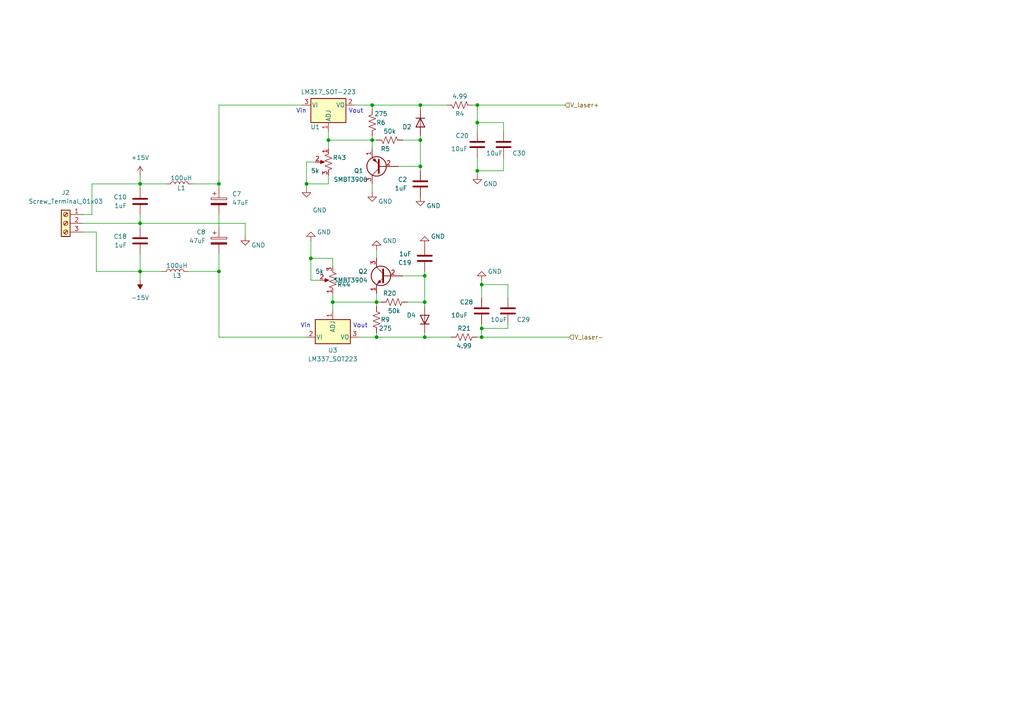
<source format=kicad_sch>
(kicad_sch (version 20230121) (generator eeschema)
  (paper "A4")
  (lib_symbols
    (symbol "Connector:Screw_Terminal_01x03" (pin_names (offset 1.016) hide)
      (property "Reference" "J" (at 0 5.08 0))
      (property "Value" "Screw_Terminal_01x03" (at 0 -5.08 0))
      (symbol "Screw_Terminal_01x03_1_1"
        (rectangle (start -1.27 3.81) (end 1.27 -3.81) (stroke (width 0.254)) (fill (type background)))
        (circle (center 0 -2.54) (radius 0.635) (stroke (width 0.1524)))
        (polyline (pts (xy -0.5334 -2.2098) (xy 0.3302 -3.048)) (stroke (width 0.1524)))
        (polyline (pts (xy -0.5334 0.3302) (xy 0.3302 -0.508)) (stroke (width 0.1524)))
        (polyline (pts (xy -0.5334 2.8702) (xy 0.3302 2.032)) (stroke (width 0.1524)))
        (polyline (pts (xy -0.3556 -2.032) (xy 0.508 -2.8702)) (stroke (width 0.1524)))
        (polyline (pts (xy -0.3556 0.508) (xy 0.508 -0.3302)) (stroke (width 0.1524)))
        (polyline (pts (xy -0.3556 3.048) (xy 0.508 2.2098)) (stroke (width 0.1524)))
        (circle (center 0 0) (radius 0.635) (stroke (width 0.1524)))
        (circle (center 0 2.54) (radius 0.635) (stroke (width 0.1524)))
        (pin passive line (at -5.08 2.54 0) (length 3.81) (name "Pin_1") (number "1"))
        (pin passive line (at -5.08 0 0) (length 3.81) (name "Pin_2") (number "2"))
        (pin passive line (at -5.08 -2.54 0) (length 3.81) (name "Pin_3") (number "3"))
      )
    )
    (symbol "Device:C" (pin_numbers hide) (pin_names (offset 0.254))
      (property "Reference" "C" (at 0.635 2.54 0))
      (property "Value" "C" (at 0.635 -2.54 0))
      (symbol "C_0_1"
        (polyline (pts (xy -2.032 -0.762) (xy 2.032 -0.762)) (stroke (width 0.508)))
        (polyline (pts (xy -2.032 0.762) (xy 2.032 0.762)) (stroke (width 0.508)))
      )
      (symbol "C_1_1"
        (pin passive line (at 0 3.81 270) (length 2.794) (name "~") (number "1"))
        (pin passive line (at 0 -3.81 90) (length 2.794) (name "~") (number "2"))
      )
    )
    (symbol "Device:C_Polarized" (pin_numbers hide) (pin_names (offset 0.254))
      (property "Reference" "C" (at 0.635 2.54 0))
      (property "Value" "C_Polarized" (at 0.635 -2.54 0))
      (symbol "C_Polarized_0_1"
        (rectangle (start -2.286 0.508) (end 2.286 1.016))
        (polyline (pts (xy -1.778 2.286) (xy -0.762 2.286)))
        (polyline (pts (xy -1.27 2.794) (xy -1.27 1.778)))
        (rectangle (start 2.286 -0.508) (end -2.286 -1.016) (fill (type outline)))
      )
      (symbol "C_Polarized_1_1"
        (pin passive line (at 0 3.81 270) (length 2.794) (name "~") (number "1"))
        (pin passive line (at 0 -3.81 90) (length 2.794) (name "~") (number "2"))
      )
    )
    (symbol "Device:L" (pin_numbers hide) (pin_names (offset 1.016) hide)
      (property "Reference" "L" (at -1.27 0 90))
      (property "Value" "L" (at 1.905 0 90))
      (symbol "L_0_1"
        (arc (start 0 -2.54) (mid 0.6323 -1.905) (end 0 -1.27))
        (arc (start 0 -1.27) (mid 0.6323 -0.635) (end 0 0))
        (arc (start 0 0) (mid 0.6323 0.635) (end 0 1.27))
        (arc (start 0 1.27) (mid 0.6323 1.905) (end 0 2.54))
      )
      (symbol "L_1_1"
        (pin passive line (at 0 3.81 270) (length 1.27) (name "1") (number "1"))
        (pin passive line (at 0 -3.81 90) (length 1.27) (name "2") (number "2"))
      )
    )
    (symbol "Device:R_Potentiometer_US" (pin_names (offset 1.016) hide)
      (property "Reference" "RV" (at -4.445 0 90))
      (property "Value" "R_Potentiometer_US" (at -2.54 0 90))
      (symbol "R_Potentiometer_US_0_1"
        (polyline (pts (xy 0 -2.286) (xy 0 -2.54)))
        (polyline (pts (xy 0 2.54) (xy 0 2.286)))
        (polyline (pts (xy 2.54 0) (xy 1.524 0)))
        (polyline (pts (xy 1.143 0) (xy 2.286 0.508) (xy 2.286 -0.508) (xy 1.143 0)) (fill (type outline)))
        (polyline (pts (xy 0 -0.762) (xy 1.016 -1.143) (xy 0 -1.524) (xy -1.016 -1.905) (xy 0 -2.286)))
        (polyline (pts (xy 0 0.762) (xy 1.016 0.381) (xy 0 0) (xy -1.016 -0.381) (xy 0 -0.762)))
        (polyline (pts (xy 0 2.286) (xy 1.016 1.905) (xy 0 1.524) (xy -1.016 1.143) (xy 0 0.762)))
      )
      (symbol "R_Potentiometer_US_1_1"
        (pin passive line (at 0 3.81 270) (length 1.27) (name "1") (number "1"))
        (pin passive line (at 3.81 0 180) (length 1.27) (name "2") (number "2"))
        (pin passive line (at 0 -3.81 90) (length 1.27) (name "3") (number "3"))
      )
    )
    (symbol "Device:R_US" (pin_numbers hide) (pin_names (offset 0))
      (property "Reference" "R" (at 2.54 0 90))
      (property "Value" "R_US" (at -2.54 0 90))
      (symbol "R_US_0_1"
        (polyline (pts (xy 0 -2.286) (xy 0 -2.54)))
        (polyline (pts (xy 0 2.286) (xy 0 2.54)))
        (polyline (pts (xy 0 -0.762) (xy 1.016 -1.143) (xy 0 -1.524) (xy -1.016 -1.905) (xy 0 -2.286)))
        (polyline (pts (xy 0 0.762) (xy 1.016 0.381) (xy 0 0) (xy -1.016 -0.381) (xy 0 -0.762)))
        (polyline (pts (xy 0 2.286) (xy 1.016 1.905) (xy 0 1.524) (xy -1.016 1.143) (xy 0 0.762)))
      )
      (symbol "R_US_1_1"
        (pin passive line (at 0 3.81 270) (length 1.27) (name "~") (number "1"))
        (pin passive line (at 0 -3.81 90) (length 1.27) (name "~") (number "2"))
      )
    )
    (symbol "Diode:1N914WT" (pin_numbers hide) (pin_names hide)
      (property "Reference" "D" (at 0 2.54 0))
      (property "Value" "1N914WT" (at 0 -2.54 0))
      (symbol "1N914WT_0_1"
        (polyline (pts (xy -1.27 1.27) (xy -1.27 -1.27)) (stroke (width 0.254)))
        (polyline (pts (xy 1.27 0) (xy -1.27 0)))
        (polyline (pts (xy 1.27 1.27) (xy 1.27 -1.27) (xy -1.27 0) (xy 1.27 1.27)) (stroke (width 0.254)))
      )
      (symbol "1N914WT_1_1"
        (pin passive line (at -3.81 0 0) (length 2.54) (name "K") (number "1"))
        (pin passive line (at 3.81 0 180) (length 2.54) (name "A") (number "2"))
      )
    )
    (symbol "Regulator_Linear:LM317_SOT-223" (pin_names (offset 0.254))
      (property "Reference" "U" (at -3.81 3.175 0))
      (property "Value" "LM317_SOT-223" (at 0 3.175 0))
      (symbol "LM317_SOT-223_0_1"
        (rectangle (start -5.08 1.905) (end 5.08 -5.08) (stroke (width 0.254)) (fill (type background)))
      )
      (symbol "LM317_SOT-223_1_1"
        (pin input line (at 0 -7.62 90) (length 2.54) (name "ADJ") (number "1"))
        (pin power_out line (at 7.62 0 180) (length 2.54) (name "VO") (number "2"))
        (pin power_in line (at -7.62 0 0) (length 2.54) (name "VI") (number "3"))
      )
    )
    (symbol "Regulator_Linear:LM337_SOT223" (pin_names (offset 0.254))
      (property "Reference" "U" (at -3.81 -3.175 0))
      (property "Value" "LM337_SOT223" (at 0 -3.175 0))
      (symbol "LM337_SOT223_0_1"
        (rectangle (start -5.08 5.08) (end 5.08 -1.905) (stroke (width 0.254)) (fill (type background)))
      )
      (symbol "LM337_SOT223_1_1"
        (pin input line (at 0 7.62 270) (length 2.54) (name "ADJ") (number "1"))
        (pin power_in line (at -7.62 0 0) (length 2.54) (name "VI") (number "2"))
        (pin power_out line (at 7.62 0 180) (length 2.54) (name "VO") (number "3"))
      )
    )
    (symbol "Transistor_BJT:2N3904" (pin_names (offset 0) hide)
      (property "Reference" "Q" (at 5.08 1.905 0))
      (property "Value" "2N3904" (at 5.08 0 0))
      (symbol "2N3904_0_1"
        (polyline (pts (xy 0.635 0.635) (xy 2.54 2.54)))
        (polyline (pts (xy 0.635 -0.635) (xy 2.54 -2.54) (xy 2.54 -2.54)))
        (polyline (pts (xy 0.635 1.905) (xy 0.635 -1.905) (xy 0.635 -1.905)) (stroke (width 0.508)))
        (polyline (pts (xy 1.27 -1.778) (xy 1.778 -1.27) (xy 2.286 -2.286) (xy 1.27 -1.778) (xy 1.27 -1.778)) (fill (type outline)))
        (circle (center 1.27 0) (radius 2.8194) (stroke (width 0.254)))
      )
      (symbol "2N3904_1_1"
        (pin passive line (at 2.54 -5.08 90) (length 2.54) (name "E") (number "1"))
        (pin passive line (at -5.08 0 0) (length 5.715) (name "B") (number "2"))
        (pin passive line (at 2.54 5.08 270) (length 2.54) (name "C") (number "3"))
      )
    )
    (symbol "Transistor_BJT:2N3905" (pin_names (offset 0) hide)
      (property "Reference" "Q" (at 5.08 1.905 0))
      (property "Value" "2N3905" (at 5.08 0 0))
      (symbol "2N3905_0_1"
        (polyline (pts (xy 0.635 0.635) (xy 2.54 2.54)))
        (polyline (pts (xy 0.635 -0.635) (xy 2.54 -2.54) (xy 2.54 -2.54)))
        (polyline (pts (xy 0.635 1.905) (xy 0.635 -1.905) (xy 0.635 -1.905)) (stroke (width 0.508)))
        (polyline (pts (xy 2.286 -1.778) (xy 1.778 -2.286) (xy 1.27 -1.27) (xy 2.286 -1.778) (xy 2.286 -1.778)) (fill (type outline)))
        (circle (center 1.27 0) (radius 2.8194) (stroke (width 0.254)))
      )
      (symbol "2N3905_1_1"
        (pin passive line (at 2.54 -5.08 90) (length 2.54) (name "E") (number "1"))
        (pin input line (at -5.08 0 0) (length 5.715) (name "B") (number "2"))
        (pin passive line (at 2.54 5.08 270) (length 2.54) (name "C") (number "3"))
      )
    )
    (symbol "power:+15V" (power) (pin_names (offset 0))
      (property "Value" "+15V" (at 0 3.556 0))
      (symbol "+15V_0_1"
        (polyline (pts (xy -0.762 1.27) (xy 0 2.54)))
        (polyline (pts (xy 0 0) (xy 0 2.54)))
        (polyline (pts (xy 0 2.54) (xy 0.762 1.27)))
      )
      (symbol "+15V_1_1"
        (pin power_in line (at 0 0 90) (length 0) hide (name "+15V") (number "1"))
      )
    )
    (symbol "power:-15V" (power) (pin_names (offset 0))
      (property "Value" "-15V" (at 0 3.81 0))
      (symbol "-15V_0_0"
        (pin power_in line (at 0 0 90) (length 0) hide (name "-15V") (number "1"))
      )
      (symbol "-15V_0_1"
        (polyline (pts (xy 0 0) (xy 0 1.27) (xy 0.762 1.27) (xy 0 2.54) (xy -0.762 1.27) (xy 0 1.27)) (fill (type outline)))
      )
    )
    (symbol "power:GND" (power) (pin_names (offset 0))
      (property "Value" "GND" (at 0 -3.81 0))
      (symbol "GND_0_1"
        (polyline (pts (xy 0 0) (xy 0 -1.27) (xy 1.27 -1.27) (xy 0 -2.54) (xy -1.27 -1.27) (xy 0 -1.27)))
      )
      (symbol "GND_1_1"
        (pin power_in line (at 0 0 270) (length 0) hide (name "GND") (number "1"))
      )
    )
  )
  (junction (at 138.43 35.56))
  (junction (at 123.19 97.79))
  (junction (at 96.52 87.63))
  (junction (at 123.19 87.63))
  (junction (at 95.25 40.64))
  (junction (at 138.43 49.53))
  (junction (at 121.92 40.64))
  (junction (at 63.5 53.34))
  (junction (at 138.43 30.48))
  (junction (at 88.9 53.34))
  (junction (at 139.7 97.79))
  (junction (at 109.22 97.79))
  (junction (at 121.92 30.48))
  (junction (at 40.64 53.34))
  (junction (at 107.95 30.48))
  (junction (at 40.64 64.77))
  (junction (at 107.95 40.64))
  (junction (at 90.17 74.93))
  (junction (at 139.7 82.55))
  (junction (at 123.19 80.01))
  (junction (at 121.92 48.26))
  (junction (at 63.5 78.74))
  (junction (at 139.7 95.25))
  (junction (at 109.22 87.63))
  (junction (at 40.64 78.74))
  (wire (pts (xy 147.32 82.55) (xy 147.32 86.36)))
  (wire (pts (xy 63.5 53.34) (xy 63.5 54.61)))
  (wire (pts (xy 24.13 64.77) (xy 40.64 64.77)))
  (wire (pts (xy 96.52 87.63) (xy 96.52 90.17)))
  (wire (pts (xy 95.25 38.1) (xy 95.25 40.64)))
  (wire (pts (xy 138.43 30.48) (xy 163.83 30.48)))
  (wire (pts (xy 92.71 81.28) (xy 90.17 81.28)))
  (wire (pts (xy 139.7 97.79) (xy 165.1 97.79)))
  (wire (pts (xy 63.5 97.79) (xy 88.9 97.79)))
  (wire (pts (xy 40.64 50.8) (xy 40.64 53.34)))
  (wire (pts (xy 27.94 67.31) (xy 27.94 78.74)))
  (wire (pts (xy 139.7 95.25) (xy 139.7 97.79)))
  (wire (pts (xy 40.64 64.77) (xy 71.12 64.77)))
  (wire (pts (xy 63.5 30.48) (xy 87.63 30.48)))
  (wire (pts (xy 138.43 49.53) (xy 138.43 50.8)))
  (wire (pts (xy 139.7 95.25) (xy 139.7 93.98)))
  (wire (pts (xy 138.43 45.72) (xy 138.43 49.53)))
  (wire (pts (xy 95.25 40.64) (xy 107.95 40.64)))
  (wire (pts (xy 96.52 87.63) (xy 109.22 87.63)))
  (wire (pts (xy 26.67 62.23) (xy 26.67 53.34)))
  (wire (pts (xy 146.05 35.56) (xy 138.43 35.56)))
  (wire (pts (xy 90.17 81.28) (xy 90.17 74.93)))
  (wire (pts (xy 109.22 87.63) (xy 109.22 88.9)))
  (wire (pts (xy 138.43 35.56) (xy 138.43 38.1)))
  (wire (pts (xy 63.5 73.66) (xy 63.5 78.74)))
  (wire (pts (xy 63.5 53.34) (xy 55.88 53.34)))
  (wire (pts (xy 96.52 74.93) (xy 90.17 74.93)))
  (wire (pts (xy 95.25 50.8) (xy 95.25 53.34)))
  (wire (pts (xy 88.9 53.34) (xy 88.9 54.61)))
  (wire (pts (xy 147.32 95.25) (xy 147.32 93.98)))
  (wire (pts (xy 40.64 78.74) (xy 40.64 73.66)))
  (wire (pts (xy 138.43 30.48) (xy 137.16 30.48)))
  (wire (pts (xy 109.22 97.79) (xy 104.14 97.79)))
  (wire (pts (xy 71.12 64.77) (xy 71.12 68.58)))
  (wire (pts (xy 40.64 64.77) (xy 40.64 66.04)))
  (wire (pts (xy 138.43 30.48) (xy 138.43 35.56)))
  (wire (pts (xy 40.64 53.34) (xy 40.64 54.61)))
  (wire (pts (xy 63.5 62.23) (xy 63.5 66.04)))
  (wire (pts (xy 139.7 82.55) (xy 147.32 82.55)))
  (wire (pts (xy 109.22 40.64) (xy 107.95 40.64)))
  (wire (pts (xy 109.22 87.63) (xy 109.22 85.09)))
  (wire (pts (xy 63.5 97.79) (xy 63.5 78.74)))
  (wire (pts (xy 63.5 78.74) (xy 54.61 78.74)))
  (wire (pts (xy 139.7 82.55) (xy 139.7 86.36)))
  (wire (pts (xy 96.52 85.09) (xy 96.52 87.63)))
  (wire (pts (xy 40.64 78.74) (xy 40.64 81.28)))
  (wire (pts (xy 123.19 97.79) (xy 130.81 97.79)))
  (wire (pts (xy 40.64 62.23) (xy 40.64 64.77)))
  (wire (pts (xy 24.13 62.23) (xy 26.67 62.23)))
  (wire (pts (xy 109.22 97.79) (xy 109.22 96.52)))
  (wire (pts (xy 107.95 30.48) (xy 102.87 30.48)))
  (wire (pts (xy 121.92 48.26) (xy 115.57 48.26)))
  (wire (pts (xy 26.67 53.34) (xy 40.64 53.34)))
  (wire (pts (xy 107.95 40.64) (xy 107.95 39.37)))
  (wire (pts (xy 121.92 39.37) (xy 121.92 40.64)))
  (wire (pts (xy 123.19 87.63) (xy 118.11 87.63)))
  (wire (pts (xy 95.25 53.34) (xy 88.9 53.34)))
  (wire (pts (xy 123.19 97.79) (xy 123.19 96.52)))
  (wire (pts (xy 121.92 40.64) (xy 121.92 48.26)))
  (wire (pts (xy 107.95 53.34) (xy 107.95 55.88)))
  (wire (pts (xy 146.05 38.1) (xy 146.05 35.56)))
  (wire (pts (xy 123.19 97.79) (xy 109.22 97.79)))
  (wire (pts (xy 110.49 87.63) (xy 109.22 87.63)))
  (wire (pts (xy 109.22 74.93) (xy 109.22 72.39)))
  (wire (pts (xy 63.5 53.34) (xy 63.5 30.48)))
  (wire (pts (xy 121.92 30.48) (xy 129.54 30.48)))
  (wire (pts (xy 139.7 97.79) (xy 138.43 97.79)))
  (wire (pts (xy 139.7 81.28) (xy 139.7 82.55)))
  (wire (pts (xy 107.95 30.48) (xy 107.95 31.75)))
  (wire (pts (xy 88.9 46.99) (xy 88.9 53.34)))
  (wire (pts (xy 27.94 78.74) (xy 40.64 78.74)))
  (wire (pts (xy 121.92 40.64) (xy 116.84 40.64)))
  (wire (pts (xy 107.95 40.64) (xy 107.95 43.18)))
  (wire (pts (xy 121.92 48.26) (xy 121.92 49.53)))
  (wire (pts (xy 96.52 77.47) (xy 96.52 74.93)))
  (wire (pts (xy 48.26 53.34) (xy 40.64 53.34)))
  (wire (pts (xy 139.7 95.25) (xy 147.32 95.25)))
  (wire (pts (xy 121.92 30.48) (xy 121.92 31.75)))
  (wire (pts (xy 123.19 80.01) (xy 123.19 78.74)))
  (wire (pts (xy 121.92 30.48) (xy 107.95 30.48)))
  (wire (pts (xy 95.25 40.64) (xy 95.25 43.18)))
  (wire (pts (xy 123.19 88.9) (xy 123.19 87.63)))
  (wire (pts (xy 24.13 67.31) (xy 27.94 67.31)))
  (wire (pts (xy 46.99 78.74) (xy 40.64 78.74)))
  (wire (pts (xy 123.19 80.01) (xy 116.84 80.01)))
  (wire (pts (xy 123.19 87.63) (xy 123.19 80.01)))
  (wire (pts (xy 146.05 45.72) (xy 146.05 49.53)))
  (wire (pts (xy 90.17 74.93) (xy 90.17 69.85)))
  (wire (pts (xy 146.05 49.53) (xy 138.43 49.53)))
  (wire (pts (xy 91.44 46.99) (xy 88.9 46.99)))
  (text "Vout" (at 106.68 95.25 0) (effects (font (size 1.27 1.27)) (justify right bottom)))
  (text "Vin" (at 88.9 33.02 0) (effects (font (size 1.27 1.27)) (justify right bottom)))
  (text "Vout" (at 105.41 33.02 0) (effects (font (size 1.27 1.27)) (justify right bottom)))
  (text "Vin" (at 90.17 95.25 0) (effects (font (size 1.27 1.27)) (justify right bottom)))
  (hierarchical_label "V_laser-" (shape input) (at 165.1 97.79 0))
  (hierarchical_label "V_laser+" (shape input) (at 163.83 30.48 0))
  (symbol (lib_id "Device:C") (at 139.7 90.17 0) (unit 1)
    (property "Reference" "C28" (at 133.35 87.63 0) (effects (justify left)))
    (property "Value" "10uF" (at 130.81 91.44 0) (effects (justify left)))
    (property "Footprint" "Capacitor_SMD:C_1210_3225Metric" (effects hide))
    (property "DIGIKEY" "311-3470-1-ND" (effects hide))
    (property "MPN" "CC1210ZKY5V9BB106" (effects hide))
  )
  (symbol (lib_id "power:GND") (at 123.19 71.12 180) (unit 1)
    (property "Reference" "#PWR040" (effects hide))
    (property "Value" "GND" (at 127 68.58 0))
  )
  (symbol (lib_id "Device:R_Potentiometer_US") (at 95.25 46.99 0) (mirror y) (unit 1)
    (property "Reference" "R43" (at 96.52 45.72 0) (effects (justify right)))
    (property "Value" "5k" (at 90.17 49.53 0) (effects (justify right)))
    (property "Footprint" "Potentiometer_THT:Potentiometer_Bourns_3296W_Vertical" (effects hide))
    (property "DIGIKEY" "3296W-502LF-ND" (effects hide))
    (property "MPN" "3296W-1-502LF" (effects hide))
  )
  (symbol (lib_id "Device:C") (at 40.64 69.85 0) (mirror y) (unit 1)
    (property "Reference" "C18" (at 36.83 68.58 0) (effects (justify left)))
    (property "Value" "1uF" (at 36.83 71.12 0) (effects (justify left)))
    (property "Footprint" "Capacitor_SMD:C_0603_1608Metric" (effects hide))
    (property "DIGIKEY" "311-1445-1-ND" (effects hide))
    (property "MPN" "CC0603KRX5R8BB105" (effects hide))
  )
  (symbol (lib_id "Device:R_US") (at 113.03 40.64 270) (mirror x) (unit 1)
    (property "Reference" "R5" (at 111.76 43.18 90))
    (property "Value" "50k" (at 113.03 38.1 90))
    (property "Footprint" "Resistor_SMD:R_0805_2012Metric" (effects hide))
    (property "DIGIKEY" "749-MCU08050D5002BP100CT-ND" (effects hide))
    (property "MPN" "MCU08050D5002BP100" (effects hide))
  )
  (symbol (lib_id "Device:C") (at 138.43 41.91 0) (unit 1)
    (property "Reference" "C20" (at 132.08 39.37 0) (effects (justify left)))
    (property "Value" "10uF" (at 130.81 43.18 0) (effects (justify left)))
    (property "Footprint" "Capacitor_SMD:C_1210_3225Metric" (effects hide))
    (property "DIGIKEY" "311-3470-1-ND" (effects hide))
    (property "MPN" "CC1210ZKY5V9BB106" (effects hide))
  )
  (symbol (lib_id "Device:R_Potentiometer_US") (at 96.52 81.28 180) (unit 1)
    (property "Reference" "R44" (at 97.79 82.55 0) (effects (justify right)))
    (property "Value" "5k" (at 91.44 78.74 0) (effects (justify right)))
    (property "Footprint" "Potentiometer_THT:Potentiometer_Bourns_3296W_Vertical" (effects hide))
    (property "DIGIKEY" "3296W-502LF-ND" (effects hide))
    (property "MPN" "3296W-1-502LF" (effects hide))
  )
  (symbol (lib_id "Transistor_BJT:2N3904") (at 111.76 80.01 0) (mirror y) (unit 1)
    (property "Reference" "Q2" (at 106.68 78.74 0) (effects (justify left)))
    (property "Value" "SMBT3904" (at 106.68 81.28 0) (effects (justify left)))
    (property "Footprint" "Package_TO_SOT_SMD:SOT-23-3" (effects hide))
    (property "Datasheet" "https://www.onsemi.com/pub/Collateral/2N3903-D.PDF" (effects hide))
    (property "DIGIKEY" "3757-MMBT3904_R1_00001CT-ND" (effects hide))
    (property "MPN" "MMBT3904_R1_00001" (effects hide))
  )
  (symbol (lib_id "Device:C") (at 40.64 58.42 0) (mirror y) (unit 1)
    (property "Reference" "C10" (at 36.83 57.15 0) (effects (justify left)))
    (property "Value" "1uF" (at 36.83 59.69 0) (effects (justify left)))
    (property "Footprint" "Capacitor_SMD:C_0603_1608Metric" (effects hide))
    (property "DIGIKEY" "311-1445-1-ND" (effects hide))
    (property "MPN" "CC0603KRX5R8BB105" (effects hide))
  )
  (symbol (lib_id "Connector:Screw_Terminal_01x03") (at 19.05 64.77 0) (mirror y) (unit 1)
    (property "Reference" "J2" (at 19.05 55.88 0))
    (property "Value" "Screw_Terminal_01x03" (at 19.05 58.42 0))
    (property "Footprint" "TerminalBlock_4Ucon:TerminalBlock_4Ucon_1x03_P3.50mm_Horizontal" (effects hide))
    (property "DIGIKEY" "277-1750-ND" (effects hide))
    (property "MPN" "1945106" (effects hide))
  )
  (symbol (lib_id "Regulator_Linear:LM337_SOT223") (at 96.52 97.79 0) (unit 1)
    (property "Reference" "U3" (at 96.52 101.6 0))
    (property "Value" "LM337_SOT223" (at 96.52 104.14 0))
    (property "Footprint" "Package_TO_SOT_SMD:SOT-223-3_TabPin2" (effects hide))
    (property "Datasheet" "http://www.ti.com/lit/ds/symlink/lm337-n.pdf" (effects hide))
    (property "DIGIKEY" "LM337IMP/NOPBCT-ND" (effects hide))
    (property "MPN" "LM337IMP/NOPB" (effects hide))
  )
  (symbol (lib_id "power:GND") (at 71.12 68.58 0) (mirror y) (unit 1)
    (property "Reference" "#PWR035" (effects hide))
    (property "Value" "GND" (at 74.93 71.12 0))
  )
  (symbol (lib_id "Device:C_Polarized") (at 63.5 58.42 0) (unit 1)
    (property "Reference" "C7" (at 67.31 56.261 0) (effects (justify left)))
    (property "Value" "47uF" (at 67.31 58.801 0) (effects (justify left)))
    (property "Footprint" "Capacitor_Tantalum_SMD:CP_EIA-3216-10_Kemet-I" (effects hide))
    (property "DIGIKEY" "399-10312-1-ND" (effects hide))
    (property "MPN" "T495X476M035ATE300" (effects hide))
  )
  (symbol (lib_id "Device:C_Polarized") (at 63.5 69.85 0) (unit 1)
    (property "Reference" "C8" (at 59.69 67.31 0) (effects (justify right)))
    (property "Value" "47uF" (at 59.69 69.85 0) (effects (justify right)))
    (property "Footprint" "Capacitor_Tantalum_SMD:CP_EIA-3216-10_Kemet-I" (effects hide))
    (property "DIGIKEY" "399-10312-1-ND" (effects hide))
    (property "MPN" "T495X476M035ATE300" (effects hide))
  )
  (symbol (lib_id "Device:R_US") (at 114.3 87.63 270) (unit 1)
    (property "Reference" "R20" (at 113.03 85.09 90))
    (property "Value" "50k" (at 114.3 90.17 90))
    (property "Footprint" "Resistor_SMD:R_0805_2012Metric" (effects hide))
    (property "DIGIKEY" "749-MCU08050D5002BP100CT-ND" (effects hide))
    (property "MPN" "MCU08050D5002BP100" (effects hide))
  )
  (symbol (lib_id "power:GND") (at 121.92 57.15 0) (mirror y) (unit 1)
    (property "Reference" "#PWR032" (effects hide))
    (property "Value" "GND" (at 125.73 59.69 0))
  )
  (symbol (lib_id "Device:R_US") (at 134.62 97.79 270) (unit 1)
    (property "Reference" "R21" (at 134.62 95.25 90))
    (property "Value" "4.99" (at 134.62 100.33 90))
    (property "Footprint" "Resistor_SMD:R_0805_2012Metric" (effects hide))
    (property "DIGIKEY" "541-4.99CCCT-ND" (effects hide))
    (property "MPN" "CRCW08054R99FKEA" (effects hide))
  )
  (symbol (lib_id "power:-15V") (at 40.64 81.28 180) (unit 1)
    (property "Reference" "#PWR037" (effects hide))
    (property "Value" "-15V" (at 40.64 86.36 0))
  )
  (symbol (lib_id "Device:R_US") (at 107.95 35.56 0) (mirror x) (unit 1)
    (property "Reference" "R6" (at 110.49 35.56 0))
    (property "Value" "275" (at 110.49 33.02 0))
    (property "Footprint" "Resistor_SMD:R_0805_2012Metric" (effects hide))
    (property "DIGIKEY" "311-274CRCT-ND" (effects hide))
    (property "MPN" "RC0805FR-07274RL" (effects hide))
  )
  (symbol (lib_id "Device:R_US") (at 109.22 92.71 0) (unit 1)
    (property "Reference" "R9" (at 111.76 92.71 0))
    (property "Value" "275" (at 111.76 95.25 0))
    (property "Footprint" "Resistor_SMD:R_0805_2012Metric" (effects hide))
    (property "DIGIKEY" "311-274CRCT-ND" (effects hide))
    (property "MPN" "RC0805FR-07274RL" (effects hide))
  )
  (symbol (lib_id "Device:C") (at 147.32 90.17 0) (unit 1)
    (property "Reference" "C29" (at 149.86 92.71 0) (effects (justify left)))
    (property "Value" "10uF" (at 142.24 92.71 0) (effects (justify left)))
    (property "Footprint" "Capacitor_SMD:C_1210_3225Metric" (effects hide))
    (property "DIGIKEY" "311-3470-1-ND" (effects hide))
    (property "MPN" "CC1210ZKY5V9BB106" (effects hide))
  )
  (symbol (lib_id "Diode:1N914WT") (at 123.19 92.71 270) (mirror x) (unit 1)
    (property "Reference" "D4" (at 120.65 91.44 90) (effects (justify right)))
    (property "Value" "1N914WT" (effects hide))
    (property "Footprint" "accessories_current_controller:D_SOD-523F" (effects hide))
    (property "Datasheet" "http://www.mouser.com/ds/2/149/1N4148WT-461550.pdf" (effects hide))
    (property "Sim.Device" "D" (effects hide))
    (property "Sim.Pins" "1=K 2=A" (effects hide))
    (property "DIGIKEY" "1N914BWTCT-ND" (effects hide))
    (property "MPN" "1N914BWT" (effects hide))
  )
  (symbol (lib_id "Diode:1N914WT") (at 121.92 35.56 270) (unit 1)
    (property "Reference" "D2" (at 119.38 36.83 90) (effects (justify right)))
    (property "Value" "1N914WT" (effects hide))
    (property "Footprint" "accessories_current_controller:D_SOD-523F" (effects hide))
    (property "Datasheet" "http://www.mouser.com/ds/2/149/1N4148WT-461550.pdf" (effects hide))
    (property "Sim.Device" "D" (effects hide))
    (property "Sim.Pins" "1=K 2=A" (effects hide))
    (property "DIGIKEY" "1N914BWTCT-ND" (effects hide))
    (property "MPN" "1N914BWT" (effects hide))
  )
  (symbol (lib_id "power:GND") (at 107.95 55.88 0) (mirror y) (unit 1)
    (property "Reference" "#PWR033" (effects hide))
    (property "Value" "GND" (at 111.76 58.42 0))
  )
  (symbol (lib_id "Device:L") (at 50.8 78.74 270) (mirror x) (unit 1)
    (property "Reference" "L3" (at 50.13 79.94 90) (effects (justify left)))
    (property "Value" "100uH" (at 48.13 77.04 90) (effects (justify left)))
    (property "Footprint" "Inductor_SMD:L_12x12mm_H8mm" (effects hide))
    (property "DIGIKEY" "732-1235-1-ND" (effects hide))
    (property "MPN" "74477020" (effects hide))
  )
  (symbol (lib_id "Device:R_US") (at 133.35 30.48 270) (mirror x) (unit 1)
    (property "Reference" "R4" (at 133.35 33.02 90))
    (property "Value" "4.99" (at 133.35 27.94 90))
    (property "Footprint" "Resistor_SMD:R_0805_2012Metric" (effects hide))
    (property "DIGIKEY" "541-4.99CCCT-ND" (effects hide))
    (property "MPN" "CRCW08054R99FKEA" (effects hide))
  )
  (symbol (lib_id "power:GND") (at 138.43 50.8 0) (mirror y) (unit 1)
    (property "Reference" "#PWR031" (effects hide))
    (property "Value" "GND" (at 142.24 53.34 0))
  )
  (symbol (lib_id "power:GND") (at 90.17 69.85 180) (unit 1)
    (property "Reference" "#PWR038" (effects hide))
    (property "Value" "GND" (at 93.98 67.31 0))
  )
  (symbol (lib_id "power:+15V") (at 40.64 50.8 0) (unit 1)
    (property "Reference" "#PWR036" (effects hide))
    (property "Value" "+15V" (at 40.64 45.72 0))
  )
  (symbol (lib_id "Device:C") (at 121.92 53.34 0) (mirror y) (unit 1)
    (property "Reference" "C2" (at 118.11 52.07 0) (effects (justify left)))
    (property "Value" "1uF" (at 118.11 54.61 0) (effects (justify left)))
    (property "Footprint" "Capacitor_SMD:C_0603_1608Metric" (effects hide))
    (property "DIGIKEY" "311-1445-1-ND" (effects hide))
    (property "MPN" "CC0603KRX5R8BB105" (effects hide))
  )
  (symbol (lib_id "Device:C") (at 123.19 74.93 180) (unit 1)
    (property "Reference" "C19" (at 119.38 76.2 0) (effects (justify left)))
    (property "Value" "1uF" (at 119.38 73.66 0) (effects (justify left)))
    (property "Footprint" "Capacitor_SMD:C_0603_1608Metric" (effects hide))
    (property "DIGIKEY" "311-1445-1-ND" (effects hide))
    (property "MPN" "CC0603KRX5R8BB105" (effects hide))
  )
  (symbol (lib_id "power:GND") (at 109.22 72.39 180) (unit 1)
    (property "Reference" "#PWR039" (effects hide))
    (property "Value" "GND" (at 113.03 69.85 0))
  )
  (symbol (lib_id "Regulator_Linear:LM317_SOT-223") (at 95.25 30.48 0) (unit 1)
    (property "Reference" "U1" (at 91.44 36.83 0))
    (property "Value" "LM317_SOT-223" (at 95.25 26.67 0))
    (property "Footprint" "Package_TO_SOT_SMD:SOT-223-3_TabPin2" (effects hide))
    (property "Datasheet" "http://www.ti.com/lit/ds/symlink/lm317.pdf" (effects hide))
    (property "DIGIKEY" "LM317EMP/NOPBCT-ND" (effects hide))
    (property "MPN" "LM317EMP/NOPB" (effects hide))
  )
  (symbol (lib_id "power:GND") (at 88.9 54.61 0) (mirror y) (unit 1)
    (property "Reference" "#PWR034" (effects hide))
    (property "Value" "GND" (at 92.71 60.96 0))
  )
  (symbol (lib_id "Transistor_BJT:2N3905") (at 110.49 48.26 180) (unit 1)
    (property "Reference" "Q1" (at 105.41 49.53 0) (effects (justify left)))
    (property "Value" "SMBT3906" (at 106.68 52.07 0) (effects (justify left)))
    (property "Footprint" "Package_TO_SOT_SMD:SOT-23-3" (effects hide))
    (property "Datasheet" "https://www.nteinc.com/specs/original/2N3905_06.pdf" (effects hide))
    (property "DIGIKEY" "SMBT3906E6327HTSA1CT-ND" (effects hide))
    (property "MPN" "SMBT3906E6327HTSA1" (effects hide))
  )
  (symbol (lib_id "power:GND") (at 139.7 81.28 180) (unit 1)
    (property "Reference" "#PWR041" (effects hide))
    (property "Value" "GND" (at 143.51 78.74 0))
  )
  (symbol (lib_id "Device:L") (at 52.07 53.34 270) (mirror x) (unit 1)
    (property "Reference" "L1" (at 51.4 54.54 90) (effects (justify left)))
    (property "Value" "100uH" (at 49.4 51.64 90) (effects (justify left)))
    (property "Footprint" "Inductor_SMD:L_12x12mm_H8mm" (effects hide))
    (property "DIGIKEY" "732-1235-1-ND" (effects hide))
    (property "MPN" "74477020" (effects hide))
  )
  (symbol (lib_id "Device:C") (at 146.05 41.91 0) (unit 1)
    (property "Reference" "C30" (at 148.59 44.45 0) (effects (justify left)))
    (property "Value" "10uF" (at 140.97 44.45 0) (effects (justify left)))
    (property "Footprint" "Capacitor_SMD:C_1210_3225Metric" (effects hide))
    (property "DIGIKEY" "311-3470-1-ND" (effects hide))
    (property "MPN" "CC1210ZKY5V9BB106" (effects hide))
  )
)
</source>
